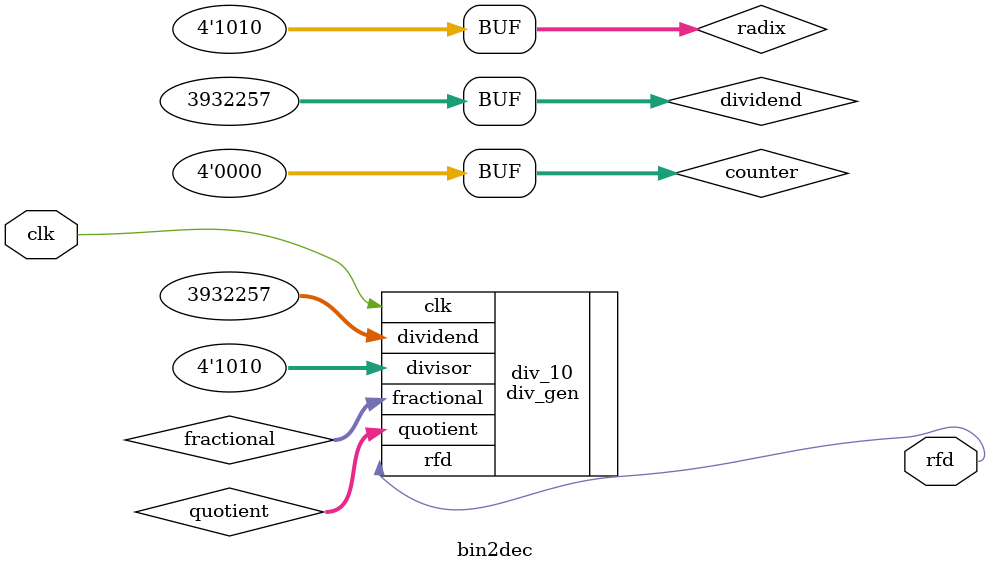
<source format=v>
`timescale 1ns / 1ps
module bin2dec(
rfd,
clk
);
//outputs
output	wire		rfd								;
//inputs
input	wire		clk								;
//wires
	wire	[31:0]	in								;
	wire	[31:0]	quotient							;
	wire	[3:0]	fractional							;

	wire	[3:0]	radix								;

	wire	[31:0]	w_10_9								;
	wire	[31:0]	w_9_8								;
//registers
	reg	[31:0]	dividend = 32'd3932257						;
	reg	[9:0]	remainder[3:0]							;
	reg	[3:0]	counter = 0							;
assign	radix = 4'd10 ;

div_gen div_10(	.clk(clk) ,
		.rfd(rfd) ,
		.divisor(radix) ,
		.dividend(dividend) ,
		.fractional(fractional) ,
		.quotient(quotient) );




/*
always@(posedge	clk) begin
	dividend <= dividend - 1 ;
	dividend <= quotient ;	
//shift register
	remainder[9] <= fractional ;
	remainder[8] <= remainder[9] ;
	remainder[7] <= remainder[8] ;
	remainder[6] <= remainder[7] ;
	remainder[5] <= remainder[6] ;
	remainder[4] <= remainder[5] ;
	remainder[3] <= remainder[4] ;
	remainder[2] <= remainder[3] ;
	remainder[1] <= remainder[2] ;
	remainder[0] <= remainder[1] ;
	if(counter < 4'd10) begin
		counter <= counter + 1 ;
	end else begin
		counter <= 0 ;
	end
end
	*/
endmodule

</source>
